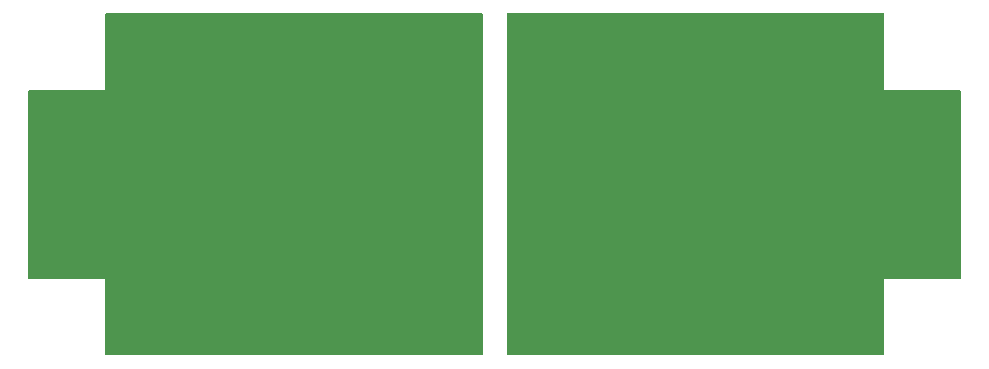
<source format=gbr>
%TF.GenerationSoftware,KiCad,Pcbnew,6.0.1-79c1e3a40b~116~ubuntu20.04.1*%
%TF.CreationDate,2022-10-21T13:20:19+09:00*%
%TF.ProjectId,HV-terminal-branch-board,48562d74-6572-46d6-996e-616c2d627261,rev?*%
%TF.SameCoordinates,Original*%
%TF.FileFunction,Copper,L2,Bot*%
%TF.FilePolarity,Positive*%
%FSLAX46Y46*%
G04 Gerber Fmt 4.6, Leading zero omitted, Abs format (unit mm)*
G04 Created by KiCad (PCBNEW 6.0.1-79c1e3a40b~116~ubuntu20.04.1) date 2022-10-21 13:20:19*
%MOMM*%
%LPD*%
G01*
G04 APERTURE LIST*
%TA.AperFunction,ComponentPad*%
%ADD10C,6.800000*%
%TD*%
%TA.AperFunction,ConnectorPad*%
%ADD11C,12.800000*%
%TD*%
%TA.AperFunction,ViaPad*%
%ADD12C,0.800000*%
%TD*%
G04 APERTURE END LIST*
D10*
%TO.P,J6,1,Pin_1*%
%TO.N,VBAT-*%
X137000000Y-83000000D03*
D11*
X137000000Y-83000000D03*
%TD*%
D10*
%TO.P,J5,1,Pin_1*%
%TO.N,VBAT-*%
X129000000Y-67000000D03*
D11*
X129000000Y-67000000D03*
%TD*%
D10*
%TO.P,J4,1,Pin_1*%
%TO.N,VBAT+*%
X103000000Y-83000000D03*
D11*
X103000000Y-83000000D03*
%TD*%
D10*
%TO.P,J3,1,Pin_1*%
%TO.N,VBAT+*%
X95000000Y-67000000D03*
D11*
X95000000Y-67000000D03*
%TD*%
D10*
%TO.P,J2,1,Pin_1*%
%TO.N,VBAT-*%
X145000000Y-67000000D03*
D11*
X145000000Y-67000000D03*
%TD*%
D10*
%TO.P,J1,1,Pin_1*%
%TO.N,VBAT+*%
X111000000Y-67000000D03*
D11*
X111000000Y-67000000D03*
%TD*%
D12*
%TO.N,VBAT+*%
X100000000Y-72500000D03*
X104949374Y-72492625D03*
X117453958Y-72492625D03*
X117500000Y-62500000D03*
X102500000Y-62500000D03*
X109995759Y-87531292D03*
X112503752Y-87535082D03*
X117500000Y-87500000D03*
X114992007Y-87496210D03*
X112472459Y-85013290D03*
X117468707Y-84978208D03*
X114960714Y-84974418D03*
X112472459Y-82524186D03*
X117468707Y-82489104D03*
X114960714Y-82485314D03*
X109964466Y-80031291D03*
X112472459Y-80035081D03*
X117468707Y-79999999D03*
X114960714Y-79996209D03*
X109995759Y-77531292D03*
X112503752Y-77535082D03*
X117500000Y-77500000D03*
X114992007Y-77496210D03*
X102500000Y-65000000D03*
X102500000Y-67500000D03*
X102500000Y-70000000D03*
X102500000Y-72500000D03*
%TO.N,VBAT-*%
X142507993Y-77503790D03*
X152503808Y-62495684D03*
X152507993Y-65003790D03*
X152503808Y-67473892D03*
X152507993Y-70003790D03*
X140000000Y-72500000D03*
X122500000Y-62500000D03*
X122500000Y-72500000D03*
X137484806Y-62495684D03*
X134976813Y-62491894D03*
X137507993Y-65003790D03*
X137507993Y-67503790D03*
X137507993Y-70003790D03*
X137484806Y-72494289D03*
X134976813Y-72490499D03*
X152503808Y-72494289D03*
X149995815Y-72490499D03*
X157482016Y-67473892D03*
X154974023Y-67470102D03*
X157482016Y-69962996D03*
X154974023Y-69959206D03*
X157482016Y-72494289D03*
X154974023Y-72490499D03*
X157482016Y-82492894D03*
X154974023Y-82489104D03*
X157482016Y-80003789D03*
X154974023Y-79999999D03*
X157507993Y-77503790D03*
X155000000Y-77500000D03*
X152503808Y-87471102D03*
X149995815Y-87467312D03*
X152503808Y-84981998D03*
X149995815Y-84978208D03*
X152503808Y-82492894D03*
X149995815Y-82489104D03*
X152503808Y-80003789D03*
X149995815Y-79999999D03*
X152507993Y-77503790D03*
X150000000Y-77500000D03*
X147483411Y-87471102D03*
X144975418Y-87467312D03*
X147483411Y-84981998D03*
X144975418Y-84978208D03*
X147483411Y-82492894D03*
X144975418Y-82489104D03*
X147507993Y-80003790D03*
X145000000Y-80000000D03*
X147507993Y-77503790D03*
X145000000Y-77500000D03*
X129975305Y-87471102D03*
X127467312Y-87467312D03*
X127467312Y-84978208D03*
X127467312Y-82489104D03*
X130007993Y-80003790D03*
X127500000Y-80000000D03*
X130007993Y-77503790D03*
X127500000Y-77500000D03*
X125007993Y-87503790D03*
X122500000Y-87500000D03*
X124997097Y-84981998D03*
X122489104Y-84978208D03*
X125007993Y-82503790D03*
X122500000Y-82500000D03*
X124997097Y-80003789D03*
X122489104Y-79999999D03*
X125007993Y-77503790D03*
X122500000Y-77500000D03*
X157500000Y-75000000D03*
X154992535Y-75003789D03*
X152484542Y-74999999D03*
X150007993Y-75003790D03*
X147500000Y-75000000D03*
X145007993Y-75003790D03*
X142500000Y-75000000D03*
X140007993Y-75003790D03*
X137500000Y-75000000D03*
X135007993Y-75003790D03*
X132500000Y-75000000D03*
X130007993Y-75003790D03*
X127500000Y-75000000D03*
X122500000Y-75000000D03*
X125007993Y-75003790D03*
%TO.N,VBAT+*%
X114996248Y-74964918D03*
X117504241Y-74968708D03*
X110000000Y-75000000D03*
X112507993Y-75003790D03*
X105000000Y-75000000D03*
X107507993Y-75003790D03*
X100000000Y-75000000D03*
X102507993Y-75003790D03*
X90000000Y-87500000D03*
X94992007Y-84980753D03*
X94992007Y-87480753D03*
X95000000Y-80000000D03*
X95000000Y-82500000D03*
X92500000Y-85000000D03*
X92500000Y-87500000D03*
X92495871Y-79988482D03*
X92495871Y-82488482D03*
X97500000Y-75000000D03*
X97500000Y-77500000D03*
X94992007Y-74996210D03*
X94992007Y-77496210D03*
X92500000Y-75000000D03*
X92500000Y-77500000D03*
X90000000Y-82500000D03*
X90000000Y-85000000D03*
X87500000Y-85000000D03*
X87500000Y-87500000D03*
X90000000Y-77500000D03*
X90000000Y-80000000D03*
X90000000Y-72500000D03*
X90000000Y-75000000D03*
X87500000Y-62500000D03*
X87500000Y-65000000D03*
X87500000Y-67500000D03*
X87500000Y-80000000D03*
X87500000Y-82500000D03*
X87500000Y-75000000D03*
X87500000Y-77500000D03*
X87500000Y-70000000D03*
X87500000Y-72500000D03*
X82500000Y-82500000D03*
X85000000Y-82500000D03*
X85000000Y-67500000D03*
X82500000Y-67500000D03*
X85000000Y-80000000D03*
X82500000Y-80000000D03*
X82500000Y-77500000D03*
X85000000Y-77500000D03*
X85000000Y-75000000D03*
X82500000Y-75000000D03*
X82500000Y-72500000D03*
X85000000Y-72500000D03*
X85000000Y-70000000D03*
X82500000Y-70000000D03*
%TD*%
%TA.AperFunction,Conductor*%
%TO.N,VBAT+*%
G36*
X118942121Y-60528002D02*
G01*
X118988614Y-60581658D01*
X119000000Y-60634000D01*
X119000000Y-89366000D01*
X118979998Y-89434121D01*
X118926342Y-89480614D01*
X118874000Y-89492000D01*
X87126000Y-89492000D01*
X87057879Y-89471998D01*
X87011386Y-89418342D01*
X87000000Y-89366000D01*
X87000000Y-83000000D01*
X80634000Y-83000000D01*
X80565879Y-82979998D01*
X80519386Y-82926342D01*
X80508000Y-82874000D01*
X80508000Y-67126000D01*
X80528002Y-67057879D01*
X80581658Y-67011386D01*
X80634000Y-67000000D01*
X87000000Y-67000000D01*
X87000000Y-60634000D01*
X87020002Y-60565879D01*
X87073658Y-60519386D01*
X87126000Y-60508000D01*
X118874000Y-60508000D01*
X118942121Y-60528002D01*
G37*
%TD.AperFunction*%
%TD*%
%TA.AperFunction,Conductor*%
%TO.N,VBAT-*%
G36*
X152942121Y-60528002D02*
G01*
X152988614Y-60581658D01*
X153000000Y-60634000D01*
X153000000Y-67000000D01*
X159366000Y-67000000D01*
X159434121Y-67020002D01*
X159480614Y-67073658D01*
X159492000Y-67126000D01*
X159492000Y-82874000D01*
X159471998Y-82942121D01*
X159418342Y-82988614D01*
X159366000Y-83000000D01*
X153000000Y-83000000D01*
X153000000Y-89366000D01*
X152979998Y-89434121D01*
X152926342Y-89480614D01*
X152874000Y-89492000D01*
X121126000Y-89492000D01*
X121057879Y-89471998D01*
X121011386Y-89418342D01*
X121000000Y-89366000D01*
X121000000Y-60634000D01*
X121020002Y-60565879D01*
X121073658Y-60519386D01*
X121126000Y-60508000D01*
X152874000Y-60508000D01*
X152942121Y-60528002D01*
G37*
%TD.AperFunction*%
%TD*%
M02*

</source>
